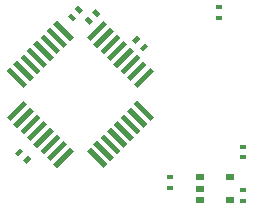
<source format=gtp>
%FSLAX46Y46*%
G04 Gerber Fmt 4.6, Leading zero omitted, Abs format (unit mm)*
G04 Created by KiCad (PCBNEW (2014-10-27 BZR 5228)-product) date 1/26/2015 8:06:31 PM*
%MOMM*%
G01*
G04 APERTURE LIST*
%ADD10C,0.100000*%
%ADD11R,0.599440X0.398780*%
%ADD12R,0.762000X0.508000*%
G04 APERTURE END LIST*
D10*
G36*
X13878825Y-4945957D02*
X13454957Y-5369825D01*
X13172977Y-5087845D01*
X13596845Y-4663977D01*
X13878825Y-4945957D01*
X13878825Y-4945957D01*
G37*
G36*
X13243023Y-4310155D02*
X12819155Y-4734023D01*
X12537175Y-4452043D01*
X12961043Y-4028175D01*
X13243023Y-4310155D01*
X13243023Y-4310155D01*
G37*
D11*
X15748000Y-16959580D03*
X15748000Y-16060420D03*
D10*
G36*
X3972825Y-14470957D02*
X3548957Y-14894825D01*
X3266977Y-14612845D01*
X3690845Y-14188977D01*
X3972825Y-14470957D01*
X3972825Y-14470957D01*
G37*
G36*
X3337023Y-13835155D02*
X2913155Y-14259023D01*
X2631175Y-13977043D01*
X3055043Y-13553175D01*
X3337023Y-13835155D01*
X3337023Y-13835155D01*
G37*
G36*
X7500043Y-2829825D02*
X7076175Y-2405957D01*
X7358155Y-2123977D01*
X7782023Y-2547845D01*
X7500043Y-2829825D01*
X7500043Y-2829825D01*
G37*
G36*
X8135845Y-2194023D02*
X7711977Y-1770155D01*
X7993957Y-1488175D01*
X8417825Y-1912043D01*
X8135845Y-2194023D01*
X8135845Y-2194023D01*
G37*
D11*
X21971000Y-18039080D03*
X21971000Y-17139920D03*
D10*
G36*
X6201475Y-15251094D02*
X5883574Y-14933193D01*
X7297067Y-13519700D01*
X7614968Y-13837601D01*
X6201475Y-15251094D01*
X6201475Y-15251094D01*
G37*
G36*
X5635719Y-14685338D02*
X5317818Y-14367437D01*
X6731311Y-12953944D01*
X7049212Y-13271845D01*
X5635719Y-14685338D01*
X5635719Y-14685338D01*
G37*
G36*
X5069963Y-14119582D02*
X4752062Y-13801681D01*
X6165555Y-12388188D01*
X6483456Y-12706089D01*
X5069963Y-14119582D01*
X5069963Y-14119582D01*
G37*
G36*
X4504206Y-13553826D02*
X4186305Y-13235925D01*
X5599798Y-11822432D01*
X5917699Y-12140333D01*
X4504206Y-13553826D01*
X4504206Y-13553826D01*
G37*
G36*
X3938450Y-12988070D02*
X3620549Y-12670169D01*
X5034042Y-11256676D01*
X5351943Y-11574577D01*
X3938450Y-12988070D01*
X3938450Y-12988070D01*
G37*
G36*
X3372694Y-12422313D02*
X3054793Y-12104412D01*
X4468286Y-10690919D01*
X4786187Y-11008820D01*
X3372694Y-12422313D01*
X3372694Y-12422313D01*
G37*
G36*
X2806938Y-11856557D02*
X2489037Y-11538656D01*
X3902530Y-10125163D01*
X4220431Y-10443064D01*
X2806938Y-11856557D01*
X2806938Y-11856557D01*
G37*
G36*
X2241182Y-11290801D02*
X1923281Y-10972900D01*
X3336774Y-9559407D01*
X3654675Y-9877308D01*
X2241182Y-11290801D01*
X2241182Y-11290801D01*
G37*
G36*
X9008703Y-4530464D02*
X8690802Y-4212563D01*
X10104295Y-2799070D01*
X10422196Y-3116971D01*
X9008703Y-4530464D01*
X9008703Y-4530464D01*
G37*
G36*
X12977976Y-8499738D02*
X12660075Y-8181837D01*
X14073568Y-6768344D01*
X14391469Y-7086245D01*
X12977976Y-8499738D01*
X12977976Y-8499738D01*
G37*
G36*
X12403240Y-7925001D02*
X12085339Y-7607100D01*
X13498832Y-6193607D01*
X13816733Y-6511508D01*
X12403240Y-7925001D01*
X12403240Y-7925001D01*
G37*
G36*
X11828503Y-7350265D02*
X11510602Y-7032364D01*
X12924095Y-5618871D01*
X13241996Y-5936772D01*
X11828503Y-7350265D01*
X11828503Y-7350265D01*
G37*
G36*
X11271727Y-6793489D02*
X10953826Y-6475588D01*
X12367319Y-5062095D01*
X12685220Y-5379996D01*
X11271727Y-6793489D01*
X11271727Y-6793489D01*
G37*
G36*
X10696991Y-6218753D02*
X10379090Y-5900852D01*
X11792583Y-4487359D01*
X12110484Y-4805260D01*
X10696991Y-6218753D01*
X10696991Y-6218753D01*
G37*
G36*
X10140215Y-5661977D02*
X9822314Y-5344076D01*
X11235807Y-3930583D01*
X11553708Y-4248484D01*
X10140215Y-5661977D01*
X10140215Y-5661977D01*
G37*
G36*
X9565479Y-5087240D02*
X9247578Y-4769339D01*
X10661071Y-3355846D01*
X10978972Y-3673747D01*
X9565479Y-5087240D01*
X9565479Y-5087240D01*
G37*
G36*
X3329590Y-8467409D02*
X1916097Y-7053916D01*
X2233998Y-6736015D01*
X3647491Y-8149508D01*
X3329590Y-8467409D01*
X3329590Y-8467409D01*
G37*
G36*
X3893550Y-7903449D02*
X2480057Y-6489956D01*
X2797958Y-6172055D01*
X4211451Y-7585548D01*
X3893550Y-7903449D01*
X3893550Y-7903449D01*
G37*
G36*
X4461102Y-7335896D02*
X3047609Y-5922403D01*
X3365510Y-5604502D01*
X4779003Y-7017995D01*
X4461102Y-7335896D01*
X4461102Y-7335896D01*
G37*
G36*
X5025062Y-6771936D02*
X3611569Y-5358443D01*
X3929470Y-5040542D01*
X5342963Y-6454035D01*
X5025062Y-6771936D01*
X5025062Y-6771936D01*
G37*
G36*
X5592614Y-6204384D02*
X4179121Y-4790891D01*
X4497022Y-4472990D01*
X5910515Y-5886483D01*
X5592614Y-6204384D01*
X5592614Y-6204384D01*
G37*
G36*
X6156574Y-5640424D02*
X4743081Y-4226931D01*
X5060982Y-3909030D01*
X6474475Y-5322523D01*
X6156574Y-5640424D01*
X6156574Y-5640424D01*
G37*
G36*
X6724127Y-5072872D02*
X5310634Y-3659379D01*
X5628535Y-3341478D01*
X7042028Y-4754971D01*
X6724127Y-5072872D01*
X6724127Y-5072872D01*
G37*
G36*
X7288087Y-4508912D02*
X5874594Y-3095419D01*
X6192495Y-2777518D01*
X7605988Y-4191011D01*
X7288087Y-4508912D01*
X7288087Y-4508912D01*
G37*
G36*
X10122255Y-15252890D02*
X8708762Y-13839397D01*
X9026663Y-13521496D01*
X10440156Y-14934989D01*
X10122255Y-15252890D01*
X10122255Y-15252890D01*
G37*
G36*
X10679031Y-14696114D02*
X9265538Y-13282621D01*
X9583439Y-12964720D01*
X10996932Y-14378213D01*
X10679031Y-14696114D01*
X10679031Y-14696114D01*
G37*
G36*
X11253768Y-14121378D02*
X9840275Y-12707885D01*
X10158176Y-12389984D01*
X11571669Y-13803477D01*
X11253768Y-14121378D01*
X11253768Y-14121378D01*
G37*
G36*
X11810544Y-13564602D02*
X10397051Y-12151109D01*
X10714952Y-11833208D01*
X12128445Y-13246701D01*
X11810544Y-13564602D01*
X11810544Y-13564602D01*
G37*
G36*
X12367319Y-13007826D02*
X10953826Y-11594333D01*
X11271727Y-11276432D01*
X12685220Y-12689925D01*
X12367319Y-13007826D01*
X12367319Y-13007826D01*
G37*
G36*
X12942056Y-12433090D02*
X11528563Y-11019597D01*
X11846464Y-10701696D01*
X13259957Y-12115189D01*
X12942056Y-12433090D01*
X12942056Y-12433090D01*
G37*
G36*
X13516792Y-11858353D02*
X12103299Y-10444860D01*
X12421200Y-10126959D01*
X13834693Y-11540452D01*
X13516792Y-11858353D01*
X13516792Y-11858353D01*
G37*
G36*
X14091529Y-11283617D02*
X12678036Y-9870124D01*
X12995937Y-9552223D01*
X14409430Y-10965716D01*
X14091529Y-11283617D01*
X14091529Y-11283617D01*
G37*
G36*
X8960543Y-3147325D02*
X8536675Y-2723457D01*
X8818655Y-2441477D01*
X9242523Y-2865345D01*
X8960543Y-3147325D01*
X8960543Y-3147325D01*
G37*
G36*
X9596345Y-2511523D02*
X9172477Y-2087655D01*
X9454457Y-1805675D01*
X9878325Y-2229543D01*
X9596345Y-2511523D01*
X9596345Y-2511523D01*
G37*
D11*
X21971000Y-14356080D03*
X21971000Y-13456920D03*
X19939000Y-1645920D03*
X19939000Y-2545080D03*
D12*
X18288000Y-16065500D03*
X18288000Y-17970500D03*
X20828000Y-16065500D03*
X18288000Y-17018000D03*
X20828000Y-17970500D03*
M02*

</source>
